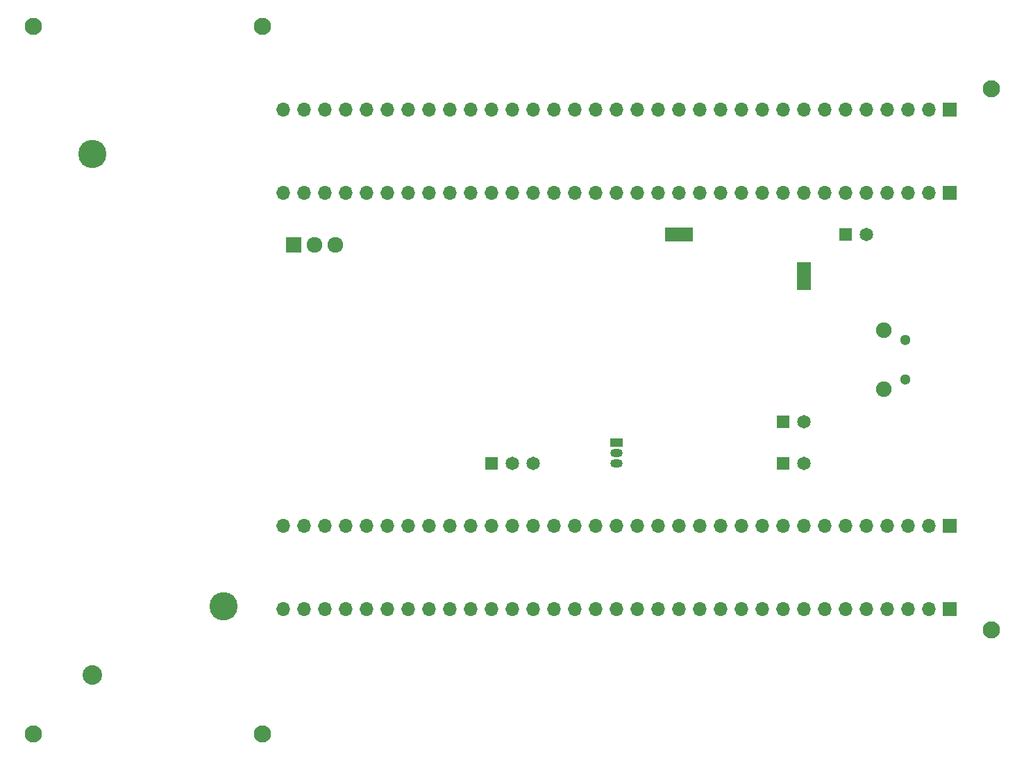
<source format=gbr>
%TF.GenerationSoftware,KiCad,Pcbnew,(6.0.1)*%
%TF.CreationDate,2022-04-08T17:51:27+02:00*%
%TF.ProjectId,main,6d61696e-2e6b-4696-9361-645f70636258,rev?*%
%TF.SameCoordinates,Original*%
%TF.FileFunction,Soldermask,Bot*%
%TF.FilePolarity,Negative*%
%FSLAX46Y46*%
G04 Gerber Fmt 4.6, Leading zero omitted, Abs format (unit mm)*
G04 Created by KiCad (PCBNEW (6.0.1)) date 2022-04-08 17:51:27*
%MOMM*%
%LPD*%
G01*
G04 APERTURE LIST*
%ADD10R,1.800000X3.400000*%
%ADD11R,3.400000X1.800000*%
%ADD12C,1.650000*%
%ADD13R,1.650000X1.650000*%
%ADD14C,2.100000*%
%ADD15C,1.920000*%
%ADD16R,1.920000X1.920000*%
%ADD17R,1.700000X1.700000*%
%ADD18O,1.700000X1.700000*%
%ADD19C,1.300000*%
%ADD20C,1.900000*%
%ADD21C,3.450000*%
%ADD22C,2.390000*%
%ADD23R,1.500000X1.050000*%
%ADD24O,1.500000X1.050000*%
G04 APERTURE END LIST*
D10*
%TO.C,TP7*%
X162560000Y-86360000D03*
%TD*%
D11*
%TO.C,TP6*%
X147320000Y-81280000D03*
%TD*%
D12*
%TO.C,J9*%
X170180000Y-81280000D03*
D13*
X167640000Y-81280000D03*
%TD*%
%TO.C,J8*%
X124460000Y-109220000D03*
D12*
X127000000Y-109220000D03*
X129540000Y-109220000D03*
%TD*%
D14*
%TO.C,REF\u002A\u002A*%
X96520000Y-142240000D03*
%TD*%
%TO.C,REF\u002A\u002A*%
X185420000Y-63500000D03*
%TD*%
%TO.C,REF\u002A\u002A*%
X68580000Y-55880000D03*
%TD*%
D15*
%TO.C,Q1*%
X105410000Y-82550000D03*
X102870000Y-82550000D03*
D16*
X100330000Y-82550000D03*
%TD*%
D17*
%TO.C,J2*%
X180340000Y-76200000D03*
D18*
X177800000Y-76200000D03*
X175260000Y-76200000D03*
X172720000Y-76200000D03*
X170180000Y-76200000D03*
X167640000Y-76200000D03*
X165100000Y-76200000D03*
X162560000Y-76200000D03*
X160020000Y-76200000D03*
X157480000Y-76200000D03*
X154940000Y-76200000D03*
X152400000Y-76200000D03*
X149860000Y-76200000D03*
X147320000Y-76200000D03*
X144780000Y-76200000D03*
X142240000Y-76200000D03*
X139700000Y-76200000D03*
X137160000Y-76200000D03*
X134620000Y-76200000D03*
X132080000Y-76200000D03*
X129540000Y-76200000D03*
X127000000Y-76200000D03*
X124460000Y-76200000D03*
X121920000Y-76200000D03*
X119380000Y-76200000D03*
X116840000Y-76200000D03*
X114300000Y-76200000D03*
X111760000Y-76200000D03*
X109220000Y-76200000D03*
X106680000Y-76200000D03*
X104140000Y-76200000D03*
X101600000Y-76200000D03*
X99060000Y-76200000D03*
%TD*%
D19*
%TO.C,J5*%
X174972212Y-94095000D03*
X174972212Y-98945000D03*
D20*
X172302212Y-92920000D03*
X172302212Y-100120000D03*
%TD*%
D14*
%TO.C,REF\u002A\u002A*%
X68580000Y-142240000D03*
%TD*%
D13*
%TO.C,J7*%
X160020000Y-109220000D03*
D12*
X162560000Y-109220000D03*
%TD*%
D13*
%TO.C,J6*%
X160020000Y-104140000D03*
D12*
X162560000Y-104140000D03*
%TD*%
D17*
%TO.C,J1*%
X180340000Y-66040000D03*
D18*
X177800000Y-66040000D03*
X175260000Y-66040000D03*
X172720000Y-66040000D03*
X170180000Y-66040000D03*
X167640000Y-66040000D03*
X165100000Y-66040000D03*
X162560000Y-66040000D03*
X160020000Y-66040000D03*
X157480000Y-66040000D03*
X154940000Y-66040000D03*
X152400000Y-66040000D03*
X149860000Y-66040000D03*
X147320000Y-66040000D03*
X144780000Y-66040000D03*
X142240000Y-66040000D03*
X139700000Y-66040000D03*
X137160000Y-66040000D03*
X134620000Y-66040000D03*
X132080000Y-66040000D03*
X129540000Y-66040000D03*
X127000000Y-66040000D03*
X124460000Y-66040000D03*
X121920000Y-66040000D03*
X119380000Y-66040000D03*
X116840000Y-66040000D03*
X114300000Y-66040000D03*
X111760000Y-66040000D03*
X109220000Y-66040000D03*
X106680000Y-66040000D03*
X104140000Y-66040000D03*
X101600000Y-66040000D03*
X99060000Y-66040000D03*
%TD*%
D14*
%TO.C,REF\u002A\u002A*%
X185420000Y-129540000D03*
%TD*%
D17*
%TO.C,J4*%
X180340000Y-127000000D03*
D18*
X177800000Y-127000000D03*
X175260000Y-127000000D03*
X172720000Y-127000000D03*
X170180000Y-127000000D03*
X167640000Y-127000000D03*
X165100000Y-127000000D03*
X162560000Y-127000000D03*
X160020000Y-127000000D03*
X157480000Y-127000000D03*
X154940000Y-127000000D03*
X152400000Y-127000000D03*
X149860000Y-127000000D03*
X147320000Y-127000000D03*
X144780000Y-127000000D03*
X142240000Y-127000000D03*
X139700000Y-127000000D03*
X137160000Y-127000000D03*
X134620000Y-127000000D03*
X132080000Y-127000000D03*
X129540000Y-127000000D03*
X127000000Y-127000000D03*
X124460000Y-127000000D03*
X121920000Y-127000000D03*
X119380000Y-127000000D03*
X116840000Y-127000000D03*
X114300000Y-127000000D03*
X111760000Y-127000000D03*
X109220000Y-127000000D03*
X106680000Y-127000000D03*
X104140000Y-127000000D03*
X101600000Y-127000000D03*
X99060000Y-127000000D03*
%TD*%
D14*
%TO.C,REF\u002A\u002A*%
X96520000Y-55880000D03*
%TD*%
D17*
%TO.C,J3*%
X180340000Y-116840000D03*
D18*
X177800000Y-116840000D03*
X175260000Y-116840000D03*
X172720000Y-116840000D03*
X170180000Y-116840000D03*
X167640000Y-116840000D03*
X165100000Y-116840000D03*
X162560000Y-116840000D03*
X160020000Y-116840000D03*
X157480000Y-116840000D03*
X154940000Y-116840000D03*
X152400000Y-116840000D03*
X149860000Y-116840000D03*
X147320000Y-116840000D03*
X144780000Y-116840000D03*
X142240000Y-116840000D03*
X139700000Y-116840000D03*
X137160000Y-116840000D03*
X134620000Y-116840000D03*
X132080000Y-116840000D03*
X129540000Y-116840000D03*
X127000000Y-116840000D03*
X124460000Y-116840000D03*
X121920000Y-116840000D03*
X119380000Y-116840000D03*
X116840000Y-116840000D03*
X114300000Y-116840000D03*
X111760000Y-116840000D03*
X109220000Y-116840000D03*
X106680000Y-116840000D03*
X104140000Y-116840000D03*
X101600000Y-116840000D03*
X99060000Y-116840000D03*
%TD*%
D21*
%TO.C,BT1*%
X91820000Y-126660000D03*
X75820000Y-71460000D03*
D22*
X75820000Y-134990000D03*
%TD*%
D23*
%TO.C,U3*%
X139700000Y-106680000D03*
D24*
X139700000Y-107950000D03*
X139700000Y-109220000D03*
%TD*%
M02*

</source>
